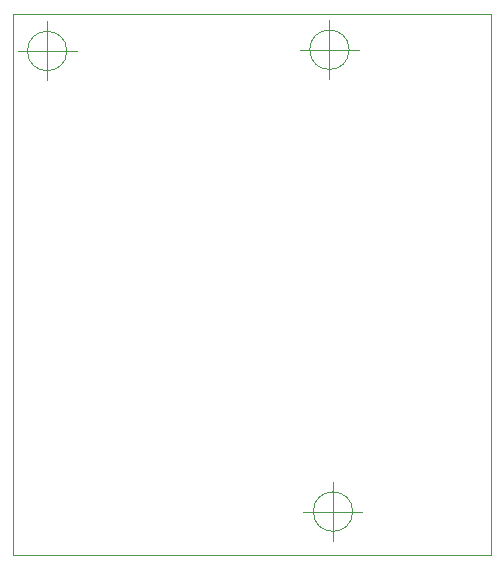
<source format=gbr>
%TF.GenerationSoftware,KiCad,Pcbnew,(6.0.1)*%
%TF.CreationDate,2023-03-08T21:06:13-08:00*%
%TF.ProjectId,Ultrasonic,556c7472-6173-46f6-9e69-632e6b696361,rev?*%
%TF.SameCoordinates,Original*%
%TF.FileFunction,Profile,NP*%
%FSLAX46Y46*%
G04 Gerber Fmt 4.6, Leading zero omitted, Abs format (unit mm)*
G04 Created by KiCad (PCBNEW (6.0.1)) date 2023-03-08 21:06:13*
%MOMM*%
%LPD*%
G01*
G04 APERTURE LIST*
%TA.AperFunction,Profile*%
%ADD10C,0.100000*%
%TD*%
G04 APERTURE END LIST*
D10*
X126275000Y-67787500D02*
X166800000Y-67787500D01*
X166800000Y-67787500D02*
X166800000Y-113562500D01*
X166800000Y-113562500D02*
X126275000Y-113562500D01*
X126275000Y-113562500D02*
X126275000Y-67787500D01*
X155066666Y-109900000D02*
G75*
G03*
X155066666Y-109900000I-1666666J0D01*
G01*
X150900000Y-109900000D02*
X155900000Y-109900000D01*
X153400000Y-107400000D02*
X153400000Y-112400000D01*
X130866666Y-70900000D02*
G75*
G03*
X130866666Y-70900000I-1666666J0D01*
G01*
X126700000Y-70900000D02*
X131700000Y-70900000D01*
X129200000Y-68400000D02*
X129200000Y-73400000D01*
X154766666Y-70800000D02*
G75*
G03*
X154766666Y-70800000I-1666666J0D01*
G01*
X150600000Y-70800000D02*
X155600000Y-70800000D01*
X153100000Y-68300000D02*
X153100000Y-73300000D01*
M02*

</source>
